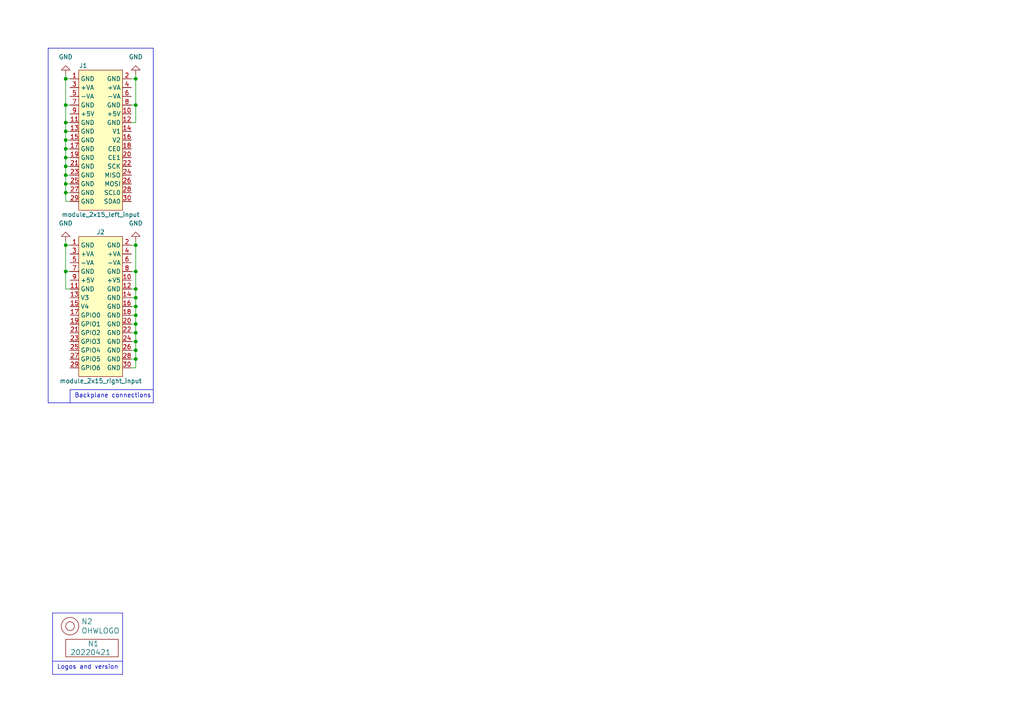
<source format=kicad_sch>
(kicad_sch (version 20231120) (generator "eeschema") (generator_version "8.0")
  (paper "A4")
  (lib_symbols
    (symbol "SquantorConnectorsNamed:module_2x15_left_input"
      (property "Reference" "J" (at 0 21.59 0))
      (property "Value" "module_2x15_left_input" (at 0 -21.59 0))
      (symbol "module_2x15_left_input_0_1"
        (rectangle (start -6.35 20.32) (end 6.35 -20.32) (fill (type background)))
      )
      (symbol "module_2x15_left_input_1_1"
        (pin power_in line (at -8.89 17.78 0) (length 2.54) (name "GND") (number "1"))
        (pin power_in line (at 8.89 7.62 180) (length 2.54) (name "+5V") (number "10"))
        (pin power_in line (at -8.89 5.08 0) (length 2.54) (name "GND") (number "11"))
        (pin power_in line (at 8.89 5.08 180) (length 2.54) (name "GND") (number "12"))
        (pin power_in line (at -8.89 2.54 0) (length 2.54) (name "GND") (number "13"))
        (pin power_in line (at 8.89 2.54 180) (length 2.54) (name "V1") (number "14"))
        (pin power_in line (at -8.89 0 0) (length 2.54) (name "GND") (number "15"))
        (pin power_in line (at 8.89 0 180) (length 2.54) (name "V2") (number "16"))
        (pin power_in line (at -8.89 -2.54 0) (length 2.54) (name "GND") (number "17"))
        (pin input line (at 8.89 -2.54 180) (length 2.54) (name "CE0") (number "18"))
        (pin power_in line (at -8.89 -5.08 0) (length 2.54) (name "GND") (number "19"))
        (pin power_in line (at 8.89 17.78 180) (length 2.54) (name "GND") (number "2"))
        (pin input line (at 8.89 -5.08 180) (length 2.54) (name "CE1") (number "20"))
        (pin power_in line (at -8.89 -7.62 0) (length 2.54) (name "GND") (number "21"))
        (pin input line (at 8.89 -7.62 180) (length 2.54) (name "SCK") (number "22"))
        (pin power_in line (at -8.89 -10.16 0) (length 2.54) (name "GND") (number "23"))
        (pin bidirectional line (at 8.89 -10.16 180) (length 2.54) (name "MISO") (number "24"))
        (pin power_in line (at -8.89 -12.7 0) (length 2.54) (name "GND") (number "25"))
        (pin input line (at 8.89 -12.7 180) (length 2.54) (name "MOSI") (number "26"))
        (pin power_in line (at -8.89 -15.24 0) (length 2.54) (name "GND") (number "27"))
        (pin bidirectional line (at 8.89 -15.24 180) (length 2.54) (name "SCL0") (number "28"))
        (pin power_in line (at -8.89 -17.78 0) (length 2.54) (name "GND") (number "29"))
        (pin power_in line (at -8.89 15.24 0) (length 2.54) (name "+VA") (number "3"))
        (pin bidirectional line (at 8.89 -17.78 180) (length 2.54) (name "SDA0") (number "30"))
        (pin power_in line (at 8.89 15.24 180) (length 2.54) (name "+VA") (number "4"))
        (pin power_in line (at -8.89 12.7 0) (length 2.54) (name "-VA") (number "5"))
        (pin power_in line (at 8.89 12.7 180) (length 2.54) (name "-VA") (number "6"))
        (pin power_in line (at -8.89 10.16 0) (length 2.54) (name "GND") (number "7"))
        (pin power_in line (at 8.89 10.16 180) (length 2.54) (name "GND") (number "8"))
        (pin power_in line (at -8.89 7.62 0) (length 2.54) (name "+5V") (number "9"))
      )
    )
    (symbol "SquantorConnectorsNamed:module_2x15_right_input"
      (property "Reference" "J" (at 0 19.05 0))
      (property "Value" "module_2x15_right_input" (at 0 -24.13 0))
      (symbol "module_2x15_right_input_0_1"
        (rectangle (start -6.35 17.78) (end 6.35 -22.86) (fill (type background)))
      )
      (symbol "module_2x15_right_input_1_1"
        (pin power_in line (at -8.89 15.24 0) (length 2.54) (name "GND") (number "1"))
        (pin power_in line (at 8.89 5.08 180) (length 2.54) (name "+V5") (number "10"))
        (pin power_in line (at -8.89 2.54 0) (length 2.54) (name "GND") (number "11"))
        (pin power_in line (at 8.89 2.54 180) (length 2.54) (name "GND") (number "12"))
        (pin power_in line (at -8.89 0 0) (length 2.54) (name "V3") (number "13"))
        (pin power_in line (at 8.89 0 180) (length 2.54) (name "GND") (number "14"))
        (pin power_in line (at -8.89 -2.54 0) (length 2.54) (name "V4") (number "15"))
        (pin power_in line (at 8.89 -2.54 180) (length 2.54) (name "GND") (number "16"))
        (pin bidirectional line (at -8.89 -5.08 0) (length 2.54) (name "GPIO0") (number "17"))
        (pin power_in line (at 8.89 -5.08 180) (length 2.54) (name "GND") (number "18"))
        (pin bidirectional line (at -8.89 -7.62 0) (length 2.54) (name "GPIO1") (number "19"))
        (pin power_in line (at 8.89 15.24 180) (length 2.54) (name "GND") (number "2"))
        (pin power_in line (at 8.89 -7.62 180) (length 2.54) (name "GND") (number "20"))
        (pin bidirectional line (at -8.89 -10.16 0) (length 2.54) (name "GPIO2") (number "21"))
        (pin power_in line (at 8.89 -10.16 180) (length 2.54) (name "GND") (number "22"))
        (pin bidirectional line (at -8.89 -12.7 0) (length 2.54) (name "GPIO3") (number "23"))
        (pin power_in line (at 8.89 -12.7 180) (length 2.54) (name "GND") (number "24"))
        (pin bidirectional line (at -8.89 -15.24 0) (length 2.54) (name "GPIO4") (number "25"))
        (pin power_in line (at 8.89 -15.24 180) (length 2.54) (name "GND") (number "26"))
        (pin bidirectional line (at -8.89 -17.78 0) (length 2.54) (name "GPIO5") (number "27"))
        (pin power_in line (at 8.89 -17.78 180) (length 2.54) (name "GND") (number "28"))
        (pin bidirectional line (at -8.89 -20.32 0) (length 2.54) (name "GPIO6") (number "29"))
        (pin power_in line (at -8.89 12.7 0) (length 2.54) (name "+VA") (number "3"))
        (pin power_in line (at 8.89 -20.32 180) (length 2.54) (name "GND") (number "30"))
        (pin power_in line (at 8.89 12.7 180) (length 2.54) (name "+VA") (number "4"))
        (pin power_in line (at -8.89 10.16 0) (length 2.54) (name "-VA") (number "5"))
        (pin power_in line (at 8.89 10.16 180) (length 2.54) (name "-VA") (number "6"))
        (pin power_in line (at -8.89 7.62 0) (length 2.54) (name "GND") (number "7"))
        (pin power_in line (at 8.89 7.62 180) (length 2.54) (name "GND") (number "8"))
        (pin power_in line (at -8.89 5.08 0) (length 2.54) (name "+5V") (number "9"))
      )
    )
    (symbol "SquantorLabels:OHWLOGO" (pin_names (offset 1.016))
      (property "Reference" "N" (at 0 3.81 0))
      (property "Value" "OHWLOGO" (at 0 -3.81 0))
      (symbol "OHWLOGO_0_1"
        (circle (center 0 0) (radius 1.27))
        (circle (center 0 0) (radius 2.54))
      )
    )
    (symbol "SquantorLabels:VYYYYMMDD" (pin_names (offset 1.016))
      (property "Reference" "N" (at 0 2.54 0))
      (property "Value" "VYYYYMMDD" (at 0 0 0))
      (symbol "VYYYYMMDD_0_1"
        (rectangle (start 7.62 -1.27) (end -7.62 3.81))
      )
    )
    (symbol "power:GND" (power) (pin_names (offset 0))
      (property "Value" "GND" (at 0 -3.81 0))
      (symbol "GND_0_1"
        (polyline (pts (xy 0 0) (xy 0 -1.27) (xy 1.27 -1.27) (xy 0 -2.54) (xy -1.27 -1.27) (xy 0 -1.27)))
      )
      (symbol "GND_1_1"
        (pin power_in line (at 0 0 270) (length 0) hide (name "GND") (number "1"))
      )
    )
  )
  (junction (at 19.05 71.12))
  (junction (at 19.05 38.1))
  (junction (at 39.37 101.6))
  (junction (at 19.05 48.26))
  (junction (at 19.05 55.88))
  (junction (at 39.37 91.44))
  (junction (at 39.37 22.86))
  (junction (at 19.05 35.56))
  (junction (at 39.37 88.9))
  (junction (at 19.05 40.64))
  (junction (at 39.37 104.14))
  (junction (at 19.05 53.34))
  (junction (at 19.05 78.74))
  (junction (at 39.37 96.52))
  (junction (at 39.37 86.36))
  (junction (at 19.05 50.8))
  (junction (at 39.37 30.48))
  (junction (at 19.05 43.18))
  (junction (at 19.05 30.48))
  (junction (at 19.05 45.72))
  (junction (at 39.37 71.12))
  (junction (at 39.37 99.06))
  (junction (at 19.05 22.86))
  (junction (at 39.37 93.98))
  (junction (at 39.37 78.74))
  (junction (at 39.37 83.82))
  (polyline (pts (xy 20.32 113.03) (xy 20.32 116.84)))
  (wire (pts (xy 19.05 53.34) (xy 19.05 55.88)))
  (wire (pts (xy 19.05 35.56) (xy 19.05 38.1)))
  (wire (pts (xy 19.05 45.72) (xy 20.32 45.72)))
  (wire (pts (xy 19.05 30.48) (xy 20.32 30.48)))
  (wire (pts (xy 19.05 43.18) (xy 20.32 43.18)))
  (wire (pts (xy 19.05 55.88) (xy 20.32 55.88)))
  (wire (pts (xy 19.05 22.86) (xy 19.05 30.48)))
  (wire (pts (xy 39.37 71.12) (xy 39.37 69.85)))
  (wire (pts (xy 19.05 45.72) (xy 19.05 48.26)))
  (wire (pts (xy 39.37 88.9) (xy 39.37 86.36)))
  (polyline (pts (xy 15.24 177.8) (xy 15.24 195.58)))
  (polyline (pts (xy 35.56 177.8) (xy 15.24 177.8)))
  (wire (pts (xy 19.05 21.59) (xy 19.05 22.86)))
  (wire (pts (xy 39.37 91.44) (xy 39.37 88.9)))
  (polyline (pts (xy 44.45 116.84) (xy 44.45 13.97)))
  (wire (pts (xy 19.05 38.1) (xy 19.05 40.64)))
  (wire (pts (xy 39.37 22.86) (xy 38.1 22.86)))
  (wire (pts (xy 19.05 50.8) (xy 19.05 53.34)))
  (wire (pts (xy 39.37 35.56) (xy 38.1 35.56)))
  (wire (pts (xy 39.37 106.68) (xy 39.37 104.14)))
  (polyline (pts (xy 13.97 116.84) (xy 44.45 116.84)))
  (wire (pts (xy 19.05 43.18) (xy 19.05 45.72)))
  (wire (pts (xy 39.37 30.48) (xy 39.37 35.56)))
  (wire (pts (xy 19.05 38.1) (xy 20.32 38.1)))
  (wire (pts (xy 38.1 106.68) (xy 39.37 106.68)))
  (wire (pts (xy 19.05 58.42) (xy 20.32 58.42)))
  (wire (pts (xy 38.1 104.14) (xy 39.37 104.14)))
  (wire (pts (xy 19.05 71.12) (xy 19.05 69.85)))
  (wire (pts (xy 38.1 86.36) (xy 39.37 86.36)))
  (wire (pts (xy 39.37 21.59) (xy 39.37 22.86)))
  (wire (pts (xy 19.05 48.26) (xy 19.05 50.8)))
  (wire (pts (xy 19.05 35.56) (xy 20.32 35.56)))
  (wire (pts (xy 19.05 48.26) (xy 20.32 48.26)))
  (wire (pts (xy 19.05 50.8) (xy 20.32 50.8)))
  (wire (pts (xy 19.05 30.48) (xy 19.05 35.56)))
  (wire (pts (xy 39.37 101.6) (xy 39.37 99.06)))
  (polyline (pts (xy 44.45 113.03) (xy 20.32 113.03)))
  (wire (pts (xy 38.1 83.82) (xy 39.37 83.82)))
  (wire (pts (xy 19.05 53.34) (xy 20.32 53.34)))
  (wire (pts (xy 39.37 78.74) (xy 39.37 71.12)))
  (wire (pts (xy 38.1 96.52) (xy 39.37 96.52)))
  (wire (pts (xy 19.05 40.64) (xy 19.05 43.18)))
  (wire (pts (xy 39.37 30.48) (xy 38.1 30.48)))
  (wire (pts (xy 39.37 99.06) (xy 39.37 96.52)))
  (polyline (pts (xy 35.56 195.58) (xy 35.56 177.8)))
  (wire (pts (xy 39.37 86.36) (xy 39.37 83.82)))
  (polyline (pts (xy 15.24 195.58) (xy 35.56 195.58)))
  (wire (pts (xy 39.37 93.98) (xy 39.37 91.44)))
  (wire (pts (xy 38.1 78.74) (xy 39.37 78.74)))
  (polyline (pts (xy 13.97 13.97) (xy 13.97 116.84)))
  (wire (pts (xy 38.1 71.12) (xy 39.37 71.12)))
  (wire (pts (xy 39.37 96.52) (xy 39.37 93.98)))
  (wire (pts (xy 39.37 22.86) (xy 39.37 30.48)))
  (wire (pts (xy 39.37 83.82) (xy 39.37 78.74)))
  (wire (pts (xy 38.1 91.44) (xy 39.37 91.44)))
  (wire (pts (xy 19.05 83.82) (xy 19.05 78.74)))
  (wire (pts (xy 39.37 104.14) (xy 39.37 101.6)))
  (wire (pts (xy 38.1 88.9) (xy 39.37 88.9)))
  (wire (pts (xy 19.05 55.88) (xy 19.05 58.42)))
  (wire (pts (xy 19.05 78.74) (xy 19.05 71.12)))
  (wire (pts (xy 20.32 78.74) (xy 19.05 78.74)))
  (wire (pts (xy 38.1 101.6) (xy 39.37 101.6)))
  (wire (pts (xy 38.1 93.98) (xy 39.37 93.98)))
  (wire (pts (xy 19.05 22.86) (xy 20.32 22.86)))
  (wire (pts (xy 20.32 83.82) (xy 19.05 83.82)))
  (wire (pts (xy 38.1 99.06) (xy 39.37 99.06)))
  (wire (pts (xy 20.32 71.12) (xy 19.05 71.12)))
  (wire (pts (xy 19.05 40.64) (xy 20.32 40.64)))
  (polyline (pts (xy 15.24 191.77) (xy 35.56 191.77)))
  (polyline (pts (xy 44.45 13.97) (xy 13.97 13.97)))
  (text "Backplane connections" (at 21.59 115.57 0) (effects (font (size 1.27 1.27)) (justify left bottom)))
  (text "Logos and version" (at 16.51 194.31 0) (effects (font (size 1.27 1.27)) (justify left bottom)))
  (symbol (lib_id "SquantorLabels:VYYYYMMDD") (at 26.67 189.23 0) (unit 1)
    (property "Reference" "N1" (at 25.4 186.69 0) (effects (font (size 1.524 1.524)) (justify left)))
    (property "Value" "20220421" (at 20.32 189.23 0) (effects (font (size 1.524 1.524)) (justify left)))
    (property "Footprint" "SquantorLabels:Label_Generic" (effects (hide yes)))
  )
  (symbol (lib_id "SquantorLabels:OHWLOGO") (at 20.32 181.61 0) (unit 1)
    (property "Reference" "N2" (at 23.5712 180.2638 0) (effects (font (size 1.524 1.524)) (justify left)))
    (property "Value" "OHWLOGO" (at 23.5712 182.9562 0) (effects (font (size 1.524 1.524)) (justify left)))
    (property "Footprint" "Symbol:OSHW-Symbol_6.7x6mm_SilkScreen" (effects (hide yes)))
  )
  (symbol (lib_id "SquantorConnectorsNamed:module_2x15_left_input") (at 29.21 40.64 0) (unit 1)
    (property "Reference" "J1" (at 24.13 19.05 0))
    (property "Value" "module_2x15_left_input" (at 29.21 62.23 0))
    (property "Footprint" "SquantorConnectorsNamed:module_2x15_left" (effects (hide yes)))
  )
  (symbol (lib_id "power:GND") (at 39.37 69.85 180) (unit 1)
    (property "Reference" "#PWR0102" (effects (hide yes)))
    (property "Value" "GND" (at 39.37 64.77 0))
  )
  (symbol (lib_id "power:GND") (at 19.05 69.85 180) (unit 1)
    (property "Reference" "#PWR0101" (effects (hide yes)))
    (property "Value" "GND" (at 19.05 64.77 0))
  )
  (symbol (lib_id "power:GND") (at 39.37 21.59 180) (unit 1)
    (property "Reference" "#PWR0104" (effects (hide yes)))
    (property "Value" "GND" (at 39.37 16.51 0))
  )
  (symbol (lib_id "SquantorConnectorsNamed:module_2x15_right_input") (at 29.21 86.36 0) (unit 1)
    (property "Reference" "J2" (at 29.21 67.31 0))
    (property "Value" "module_2x15_right_input" (at 29.21 110.49 0))
    (property "Footprint" "SquantorConnectorsNamed:module_2x15_right" (effects (hide yes)))
  )
  (symbol (lib_id "power:GND") (at 19.05 21.59 180) (unit 1)
    (property "Reference" "#PWR0103" (effects (hide yes)))
    (property "Value" "GND" (at 19.05 16.51 0))
  )
)
</source>
